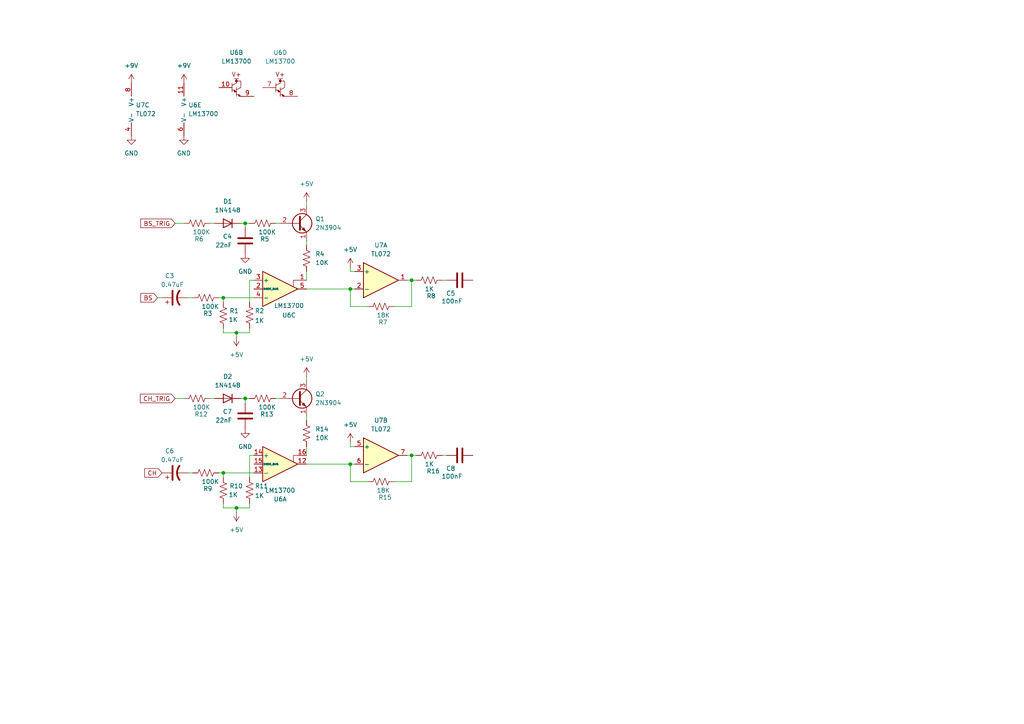
<source format=kicad_sch>
(kicad_sch (version 20250114) (generator "eeschema") (generator_version "9.0")
  (paper "A4")
  (lib_symbols
    (symbol "Amplifier_Operational:LM13700" (pin_names (offset 0.127))
      (property "Reference" "U" (at 3.81 5.08 0))
      (property "Value" "LM13700" (at 5.08 -5.08 0))
      (symbol "LM13700_1_1"
        (polyline (pts (xy 3.81 -0.635) (xy 3.81 -2.54) (xy 5.08 -2.54)))
        (polyline (pts (xy 5.08 0) (xy -5.08 -5.08) (xy -5.08 5.08) (xy 5.08 0)) (stroke (width 0.254)) (fill (type background)))
        (pin input line (at -7.62 2.54 0) (length 2.54) (name "-") (number "13"))
        (pin input line (at -7.62 0 0) (length 2.54) (name "DIODE_BIAS") (number "15"))
        (pin input line (at -7.62 -2.54 0) (length 2.54) (name "+") (number "14"))
        (pin output line (at 7.62 0 180) (length 2.54) (name "~") (number "12"))
        (pin input line (at 7.62 -2.54 180) (length 2.54) (name "~") (number "16"))
      )
      (symbol "LM13700_2_0"
        (polyline (pts (xy -1.905 2.54) (xy -3.175 2.54)))
      )
      (symbol "LM13700_2_1"
        (polyline (pts (xy -3.81 1.27) (xy -3.81 -1.27)))
        (polyline (pts (xy -3.81 0.635) (xy -2.54 1.27) (xy -2.54 1.905) (xy -2.54 2.54)))
        (polyline (pts (xy -3.81 -0.635) (xy -2.54 -1.27)))
        (circle (center -2.54 1.905) (radius 0.254) (stroke (width 0.254)) (fill (type outline)))
        (polyline (pts (xy -2.54 0) (xy -2.54 -2.54)))
        (polyline (pts (xy -2.54 -0.635) (xy -1.27 0) (xy -1.27 1.905) (xy -2.54 1.905)))
        (polyline (pts (xy -2.54 -1.27) (xy -3.175 -0.635) (xy -3.175 -1.27) (xy -2.54 -1.27)) (fill (type outline)))
        (polyline (pts (xy -2.54 -1.905) (xy -1.27 -2.54)))
        (polyline (pts (xy -1.27 -2.54) (xy -1.905 -1.905) (xy -1.905 -2.54) (xy -1.27 -2.54)) (fill (type outline)))
        (text "V+" (at -2.54 3.81 0) (effects (font (size 1.27 1.27))))
        (pin input line (at -7.62 0 0) (length 3.81) (name "~") (number "10"))
        (pin output line (at 2.54 -2.54 180) (length 3.81) (name "~") (number "9"))
      )
      (symbol "LM13700_3_1"
        (polyline (pts (xy 3.81 -0.635) (xy 3.81 -2.54) (xy 5.08 -2.54)))
        (polyline (pts (xy 5.08 0) (xy -5.08 -5.08) (xy -5.08 5.08) (xy 5.08 0)) (stroke (width 0.254)) (fill (type background)))
        (pin input line (at -7.62 2.54 0) (length 2.54) (name "-") (number "4"))
        (pin input line (at -7.62 0 0) (length 2.54) (name "DIODE_BIAS") (number "2"))
        (pin input line (at -7.62 -2.54 0) (length 2.54) (name "+") (number "3"))
        (pin output line (at 7.62 0 180) (length 2.54) (name "~") (number "5"))
        (pin input line (at 7.62 -2.54 180) (length 2.54) (name "~") (number "1"))
      )
      (symbol "LM13700_4_0"
        (polyline (pts (xy -3.175 2.54) (xy -1.905 2.54)))
        (text "V+" (at -2.54 3.81 0) (effects (font (size 1.27 1.27))))
      )
      (symbol "LM13700_4_1"
        (polyline (pts (xy -3.81 1.27) (xy -3.81 -1.27)))
        (polyline (pts (xy -3.81 0.635) (xy -2.54 1.27) (xy -2.54 2.54)))
        (polyline (pts (xy -3.81 -0.635) (xy -2.54 -1.27)))
        (circle (center -2.54 1.905) (radius 0.254) (stroke (width 0.254)) (fill (type outline)))
        (polyline (pts (xy -2.54 0) (xy -2.54 -2.54)))
        (polyline (pts (xy -2.54 -0.635) (xy -1.27 0) (xy -1.27 1.905) (xy -2.54 1.905)))
        (polyline (pts (xy -2.54 -1.27) (xy -3.175 -0.635) (xy -3.175 -1.27) (xy -2.54 -1.27)) (fill (type outline)))
        (polyline (pts (xy -2.54 -1.905) (xy -1.27 -2.54)))
        (polyline (pts (xy -1.27 -2.54) (xy -1.905 -1.905) (xy -1.905 -2.54) (xy -1.27 -2.54)) (fill (type outline)))
        (pin input line (at -7.62 0 0) (length 3.81) (name "~") (number "7"))
        (pin output line (at 2.54 -2.54 180) (length 3.81) (name "~") (number "8"))
      )
      (symbol "LM13700_5_1"
        (pin power_in line (at -2.54 7.62 270) (length 3.81) (name "V+") (number "11"))
        (pin power_in line (at -2.54 -7.62 90) (length 3.81) (name "V-") (number "6"))
      )
    )
    (symbol "Amplifier_Operational:TL072" (pin_names (offset 0.127))
      (property "Reference" "U" (at 0 5.08 0))
      (property "Value" "TL072" (at 0 -5.08 0))
      (symbol "TL072_1_1"
        (polyline (pts (xy -5.08 5.08) (xy 5.08 0) (xy -5.08 -5.08) (xy -5.08 5.08)) (stroke (width 0.254)) (fill (type background)))
        (pin input line (at -7.62 2.54 0) (length 2.54) (name "+") (number "3"))
        (pin input line (at -7.62 -2.54 0) (length 2.54) (name "-") (number "2"))
        (pin output line (at 7.62 0 180) (length 2.54) (name "~") (number "1"))
      )
      (symbol "TL072_2_1"
        (polyline (pts (xy -5.08 5.08) (xy 5.08 0) (xy -5.08 -5.08) (xy -5.08 5.08)) (stroke (width 0.254)) (fill (type background)))
        (pin input line (at -7.62 2.54 0) (length 2.54) (name "+") (number "5"))
        (pin input line (at -7.62 -2.54 0) (length 2.54) (name "-") (number "6"))
        (pin output line (at 7.62 0 180) (length 2.54) (name "~") (number "7"))
      )
      (symbol "TL072_3_1"
        (pin power_in line (at -2.54 7.62 270) (length 3.81) (name "V+") (number "8"))
        (pin power_in line (at -2.54 -7.62 90) (length 3.81) (name "V-") (number "4"))
      )
    )
    (symbol "Device:C" (pin_numbers (hide yes)) (pin_names (offset 0.254))
      (property "Reference" "C" (at 0.635 2.54 0))
      (property "Value" "C" (at 0.635 -2.54 0))
      (symbol "C_0_1"
        (polyline (pts (xy -2.032 0.762) (xy 2.032 0.762)) (stroke (width 0.508)))
        (polyline (pts (xy -2.032 -0.762) (xy 2.032 -0.762)) (stroke (width 0.508)))
      )
      (symbol "C_1_1"
        (pin passive line (at 0 3.81 270) (length 2.794) (name "~") (number "1"))
        (pin passive line (at 0 -3.81 90) (length 2.794) (name "~") (number "2"))
      )
    )
    (symbol "Device:C_Polarized_US" (pin_numbers (hide yes)) (pin_names (offset 0.254) (hide yes))
      (property "Reference" "C" (at 0.635 2.54 0))
      (property "Value" "C_Polarized_US" (at 0.635 -2.54 0))
      (symbol "C_Polarized_US_0_1"
        (polyline (pts (xy -2.032 0.762) (xy 2.032 0.762)) (stroke (width 0.508)))
        (polyline (pts (xy -1.778 2.286) (xy -0.762 2.286)))
        (polyline (pts (xy -1.27 1.778) (xy -1.27 2.794)))
        (arc (start -2.032 -1.27) (mid 0 -0.5572) (end 2.032 -1.27) (stroke (width 0.508)))
      )
      (symbol "C_Polarized_US_1_1"
        (pin passive line (at 0 3.81 270) (length 2.794) (name "~") (number "1"))
        (pin passive line (at 0 -3.81 90) (length 3.302) (name "~") (number "2"))
      )
    )
    (symbol "Device:R_US" (pin_numbers (hide yes)) (pin_names (offset 0))
      (property "Reference" "R" (at 2.54 0 90))
      (property "Value" "R_US" (at -2.54 0 90))
      (symbol "R_US_0_1"
        (polyline (pts (xy 0 2.286) (xy 0 2.54)))
        (polyline (pts (xy 0 2.286) (xy 1.016 1.905) (xy 0 1.524) (xy -1.016 1.143) (xy 0 0.762)))
        (polyline (pts (xy 0 0.762) (xy 1.016 0.381) (xy 0 0) (xy -1.016 -0.381) (xy 0 -0.762)))
        (polyline (pts (xy 0 -0.762) (xy 1.016 -1.143) (xy 0 -1.524) (xy -1.016 -1.905) (xy 0 -2.286)))
        (polyline (pts (xy 0 -2.286) (xy 0 -2.54)))
      )
      (symbol "R_US_1_1"
        (pin passive line (at 0 3.81 270) (length 1.27) (name "~") (number "1"))
        (pin passive line (at 0 -3.81 90) (length 1.27) (name "~") (number "2"))
      )
    )
    (symbol "Diode:1N4148" (pin_numbers (hide yes)) (pin_names (hide yes))
      (property "Reference" "D" (at 0 2.54 0))
      (property "Value" "1N4148" (at 0 -2.54 0))
      (symbol "1N4148_0_1"
        (polyline (pts (xy -1.27 1.27) (xy -1.27 -1.27)) (stroke (width 0.254)))
        (polyline (pts (xy 1.27 1.27) (xy 1.27 -1.27) (xy -1.27 0) (xy 1.27 1.27)) (stroke (width 0.254)))
        (polyline (pts (xy 1.27 0) (xy -1.27 0)))
      )
      (symbol "1N4148_1_1"
        (pin passive line (at -3.81 0 0) (length 2.54) (name "K") (number "1"))
        (pin passive line (at 3.81 0 180) (length 2.54) (name "A") (number "2"))
      )
    )
    (symbol "Transistor_BJT:2N3904" (pin_names (offset 0) (hide yes))
      (property "Reference" "Q" (at 5.08 1.905 0))
      (property "Value" "2N3904" (at 5.08 0 0))
      (symbol "2N3904_0_1"
        (polyline (pts (xy -2.54 0) (xy 0.635 0)))
        (polyline (pts (xy 0.635 1.905) (xy 0.635 -1.905)) (stroke (width 0.508)))
        (circle (center 1.27 0) (radius 2.8194) (stroke (width 0.254)))
      )
      (symbol "2N3904_1_1"
        (polyline (pts (xy 0.635 0.635) (xy 2.54 2.54)))
        (polyline (pts (xy 0.635 -0.635) (xy 2.54 -2.54)))
        (polyline (pts (xy 1.27 -1.778) (xy 1.778 -1.27) (xy 2.286 -2.286) (xy 1.27 -1.778)) (fill (type outline)))
        (pin input line (at -5.08 0 0) (length 2.54) (name "B") (number "2"))
        (pin passive line (at 2.54 5.08 270) (length 2.54) (name "C") (number "3"))
        (pin passive line (at 2.54 -5.08 90) (length 2.54) (name "E") (number "1"))
      )
    )
    (symbol "power:+5V" (power) (pin_numbers (hide yes)) (pin_names (offset 0) (hide yes))
      (property "Value" "+5V" (at 0 3.556 0))
      (symbol "+5V_0_1"
        (polyline (pts (xy -0.762 1.27) (xy 0 2.54)))
        (polyline (pts (xy 0 2.54) (xy 0.762 1.27)))
        (polyline (pts (xy 0 0) (xy 0 2.54)))
      )
      (symbol "+5V_1_1"
        (pin power_in line (at 0 0 90) (length 0) (name "~") (number "1"))
      )
    )
    (symbol "power:+9V" (power) (pin_numbers (hide yes)) (pin_names (offset 0) (hide yes))
      (property "Value" "+9V" (at 0 3.556 0))
      (symbol "+9V_0_1"
        (polyline (pts (xy -0.762 1.27) (xy 0 2.54)))
        (polyline (pts (xy 0 2.54) (xy 0.762 1.27)))
        (polyline (pts (xy 0 0) (xy 0 2.54)))
      )
      (symbol "+9V_1_1"
        (pin power_in line (at 0 0 90) (length 0) (name "~") (number "1"))
      )
    )
    (symbol "power:GND" (power) (pin_numbers (hide yes)) (pin_names (offset 0) (hide yes))
      (property "Value" "GND" (at 0 -3.81 0))
      (symbol "GND_0_1"
        (polyline (pts (xy 0 0) (xy 0 -1.27) (xy 1.27 -1.27) (xy 0 -2.54) (xy -1.27 -1.27) (xy 0 -1.27)))
      )
      (symbol "GND_1_1"
        (pin power_in line (at 0 0 270) (length 0) (name "~") (number "1"))
      )
    )
  )
  (junction (at 64.77 86.36))
  (junction (at 119.38 132.08))
  (junction (at 71.12 64.77))
  (junction (at 71.12 115.57))
  (junction (at 101.6 83.82))
  (junction (at 68.58 96.52))
  (junction (at 64.77 137.16))
  (junction (at 68.58 147.32))
  (junction (at 119.38 81.28))
  (junction (at 101.6 134.62))
  (wire (pts (xy 88.9 121.92) (xy 88.9 120.65)))
  (wire (pts (xy 64.77 96.52) (xy 68.58 96.52)))
  (wire (pts (xy 64.77 137.16) (xy 64.77 138.43)))
  (wire (pts (xy 50.8 64.77) (xy 53.34 64.77)))
  (wire (pts (xy 64.77 86.36) (xy 73.66 86.36)))
  (wire (pts (xy 68.58 148.59) (xy 68.58 147.32)))
  (wire (pts (xy 101.6 77.47) (xy 101.6 78.74)))
  (wire (pts (xy 80.01 115.57) (xy 81.28 115.57)))
  (wire (pts (xy 71.12 64.77) (xy 72.39 64.77)))
  (wire (pts (xy 71.12 115.57) (xy 72.39 115.57)))
  (wire (pts (xy 72.39 147.32) (xy 72.39 146.05)))
  (wire (pts (xy 64.77 147.32) (xy 68.58 147.32)))
  (wire (pts (xy 55.88 86.36) (xy 54.61 86.36)))
  (wire (pts (xy 119.38 139.7) (xy 119.38 132.08)))
  (wire (pts (xy 118.11 132.08) (xy 119.38 132.08)))
  (wire (pts (xy 88.9 109.22) (xy 88.9 110.49)))
  (wire (pts (xy 72.39 132.08) (xy 73.66 132.08)))
  (wire (pts (xy 128.27 81.28) (xy 129.54 81.28)))
  (wire (pts (xy 88.9 58.42) (xy 88.9 59.69)))
  (wire (pts (xy 63.5 137.16) (xy 64.77 137.16)))
  (wire (pts (xy 119.38 81.28) (xy 118.11 81.28)))
  (wire (pts (xy 64.77 86.36) (xy 64.77 87.63)))
  (wire (pts (xy 64.77 146.05) (xy 64.77 147.32)))
  (wire (pts (xy 64.77 137.16) (xy 73.66 137.16)))
  (wire (pts (xy 50.8 115.57) (xy 53.34 115.57)))
  (wire (pts (xy 119.38 88.9) (xy 119.38 81.28)))
  (wire (pts (xy 101.6 134.62) (xy 101.6 139.7)))
  (wire (pts (xy 64.77 95.25) (xy 64.77 96.52)))
  (wire (pts (xy 102.87 134.62) (xy 101.6 134.62)))
  (wire (pts (xy 119.38 81.28) (xy 120.65 81.28)))
  (wire (pts (xy 69.85 115.57) (xy 71.12 115.57)))
  (wire (pts (xy 114.3 139.7) (xy 119.38 139.7)))
  (wire (pts (xy 114.3 88.9) (xy 119.38 88.9)))
  (wire (pts (xy 71.12 116.84) (xy 71.12 115.57)))
  (wire (pts (xy 80.01 64.77) (xy 81.28 64.77)))
  (wire (pts (xy 60.96 64.77) (xy 62.23 64.77)))
  (wire (pts (xy 72.39 81.28) (xy 72.39 87.63)))
  (wire (pts (xy 68.58 96.52) (xy 72.39 96.52)))
  (wire (pts (xy 88.9 78.74) (xy 88.9 81.28)))
  (wire (pts (xy 128.27 132.08) (xy 129.54 132.08)))
  (wire (pts (xy 106.68 139.7) (xy 101.6 139.7)))
  (wire (pts (xy 69.85 64.77) (xy 71.12 64.77)))
  (wire (pts (xy 101.6 83.82) (xy 102.87 83.82)))
  (wire (pts (xy 101.6 128.27) (xy 101.6 129.54)))
  (wire (pts (xy 72.39 96.52) (xy 72.39 95.25)))
  (wire (pts (xy 60.96 115.57) (xy 62.23 115.57)))
  (wire (pts (xy 71.12 66.04) (xy 71.12 64.77)))
  (wire (pts (xy 72.39 138.43) (xy 72.39 132.08)))
  (wire (pts (xy 63.5 86.36) (xy 64.77 86.36)))
  (wire (pts (xy 101.6 88.9) (xy 101.6 83.82)))
  (wire (pts (xy 88.9 71.12) (xy 88.9 69.85)))
  (wire (pts (xy 55.88 137.16) (xy 54.61 137.16)))
  (wire (pts (xy 45.72 86.36) (xy 46.99 86.36)))
  (wire (pts (xy 88.9 129.54) (xy 88.9 132.08)))
  (wire (pts (xy 101.6 129.54) (xy 102.87 129.54)))
  (wire (pts (xy 68.58 147.32) (xy 72.39 147.32)))
  (wire (pts (xy 106.68 88.9) (xy 101.6 88.9)))
  (wire (pts (xy 88.9 83.82) (xy 101.6 83.82)))
  (wire (pts (xy 88.9 134.62) (xy 101.6 134.62)))
  (wire (pts (xy 72.39 81.28) (xy 73.66 81.28)))
  (wire (pts (xy 68.58 97.79) (xy 68.58 96.52)))
  (wire (pts (xy 119.38 132.08) (xy 120.65 132.08)))
  (wire (pts (xy 101.6 78.74) (xy 102.87 78.74)))
  (global_label "CH_TRIG" (shape input) (at 50.8 115.57 180) (property "Intersheetrefs" "${INTERSHEET_REFS}" (effects (hide yes))))
  (global_label "BS_TRIG" (shape input) (at 50.8 64.77 180) (property "Intersheetrefs" "${INTERSHEET_REFS}" (effects (hide yes))))
  (global_label "BS" (shape input) (at 45.72 86.36 180) (property "Intersheetrefs" "${INTERSHEET_REFS}" (effects (hide yes))))
  (global_label "CH" (shape input) (at 46.99 137.16 180) (property "Intersheetrefs" "${INTERSHEET_REFS}" (effects (hide yes))))
  (symbol (lib_id "Transistor_BJT:2N3904") (at 86.36 115.57 0) (unit 1)
    (property "Reference" "Q2" (at 91.44 114.2999 0) (effects (justify left)))
    (property "Value" "2N3904" (at 91.44 116.8399 0) (effects (justify left)))
    (property "Footprint" "Package_TO_SOT_THT:TO-92_Inline" (effects (hide yes)))
    (property "Datasheet" "https://www.onsemi.com/pub/Collateral/2N3903-D.PDF" (effects (hide yes)))
    (property "Description" "0.2A Ic, 40V Vce, Small Signal NPN Transistor, TO-92" (effects (hide yes)))
    (property "Sim.Device" "NPN" (effects (hide yes)))
    (property "Sim.Pins" "1=E 2=B 3=C" (effects (hide yes)))
  )
  (symbol (lib_id "power:+5V") (at 101.6 128.27 0) (mirror y) (unit 1)
    (property "Reference" "#PWR030" (effects (hide yes)))
    (property "Value" "+5V" (at 101.6 123.19 0))
    (property "Description" "Power symbol creates a global label with name \"+5V\"" (effects (hide yes)))
  )
  (symbol (lib_id "Amplifier_Operational:LM13700") (at 71.12 25.4 0) (unit 2)
    (property "Reference" "U6" (at 68.58 15.24 0))
    (property "Value" "LM13700" (at 68.58 17.78 0))
    (property "Footprint" "Package_DIP:DIP-16_W7.62mm_LongPads" (effects (hide yes)))
    (property "Datasheet" "http://www.ti.com/lit/ds/symlink/lm13700.pdf" (effects (hide yes)))
    (property "Description" "Dual Operational Transconductance Amplifiers with Linearizing Diodes and Buffers, DIP-16/SOIC-16" (effects (hide yes)))
  )
  (symbol (lib_id "power:+5V") (at 88.9 109.22 0) (mirror y) (unit 1)
    (property "Reference" "#PWR029" (effects (hide yes)))
    (property "Value" "+5V" (at 88.9 104.14 0))
    (property "Description" "Power symbol creates a global label with name \"+5V\"" (effects (hide yes)))
  )
  (symbol (lib_id "Amplifier_Operational:LM13700") (at 55.88 31.75 0) (unit 5)
    (property "Reference" "U6" (at 54.61 30.4799 0) (effects (justify left)))
    (property "Value" "LM13700" (at 54.61 33.0199 0) (effects (justify left)))
    (property "Footprint" "Package_DIP:DIP-16_W7.62mm_LongPads" (effects (hide yes)))
    (property "Datasheet" "http://www.ti.com/lit/ds/symlink/lm13700.pdf" (effects (hide yes)))
    (property "Description" "Dual Operational Transconductance Amplifiers with Linearizing Diodes and Buffers, DIP-16/SOIC-16" (effects (hide yes)))
  )
  (symbol (lib_id "Amplifier_Operational:TL072") (at 40.64 31.75 0) (unit 3)
    (property "Reference" "U7" (at 39.37 30.4799 0) (effects (justify left)))
    (property "Value" "TL072" (at 39.37 33.0199 0) (effects (justify left)))
    (property "Footprint" "Package_DIP:DIP-8_W7.62mm_LongPads" (effects (hide yes)))
    (property "Datasheet" "http://www.ti.com/lit/ds/symlink/tl071.pdf" (effects (hide yes)))
    (property "Description" "Dual Low-Noise JFET-Input Operational Amplifiers, DIP-8/SOIC-8" (effects (hide yes)))
  )
  (symbol (lib_id "Device:C_Polarized_US") (at 50.8 86.36 90) (unit 1)
    (property "Reference" "C3" (at 50.546 80.01 90) (effects (justify left)))
    (property "Value" "0.47uF" (at 53.34 82.55 90) (effects (justify left)))
    (property "Description" "Polarized capacitor, US symbol" (effects (hide yes)))
  )
  (symbol (lib_id "power:+5V") (at 68.58 97.79 180) (unit 1)
    (property "Reference" "#PWR021" (effects (hide yes)))
    (property "Value" "+5V" (at 68.58 102.87 0))
    (property "Description" "Power symbol creates a global label with name \"+5V\"" (effects (hide yes)))
  )
  (symbol (lib_id "power:+9V") (at 53.34 24.13 0) (unit 1)
    (property "Reference" "#PWR019" (effects (hide yes)))
    (property "Value" "+9V" (at 53.34 19.05 0))
    (property "Description" "Power symbol creates a global label with name \"+9V\"" (effects (hide yes)))
  )
  (symbol (lib_id "Device:R_US") (at 64.77 142.24 0) (unit 1)
    (property "Reference" "R10" (at 66.548 140.97 0) (effects (justify left)))
    (property "Value" "1K" (at 66.294 143.51 0) (effects (justify left)))
    (property "Description" "Resistor, US symbol" (effects (hide yes)))
  )
  (symbol (lib_id "Device:C") (at 133.35 81.28 90) (mirror x) (unit 1)
    (property "Reference" "C5" (at 132.0799 85.09 90) (effects (justify left)))
    (property "Value" "100nF" (at 134.112 87.376 90) (effects (justify left)))
    (property "Description" "Unpolarized capacitor" (effects (hide yes)))
  )
  (symbol (lib_id "Amplifier_Operational:LM13700") (at 81.28 134.62 0) (mirror x) (unit 1)
    (property "Reference" "U6" (at 81.28 144.78 0))
    (property "Value" "LM13700" (at 81.28 142.24 0))
    (property "Footprint" "Package_DIP:DIP-16_W7.62mm_LongPads" (effects (hide yes)))
    (property "Datasheet" "http://www.ti.com/lit/ds/symlink/lm13700.pdf" (effects (hide yes)))
    (property "Description" "Dual Operational Transconductance Amplifiers with Linearizing Diodes and Buffers, DIP-16/SOIC-16" (effects (hide yes)))
  )
  (symbol (lib_id "Device:R_US") (at 76.2 115.57 270) (unit 1)
    (property "Reference" "R13" (at 75.438 120.142 90) (effects (justify left)))
    (property "Value" "100K" (at 74.9301 118.11 90) (effects (justify left)))
    (property "Description" "Resistor, US symbol" (effects (hide yes)))
  )
  (symbol (lib_id "power:+5V") (at 101.6 77.47 0) (mirror y) (unit 1)
    (property "Reference" "#PWR026" (effects (hide yes)))
    (property "Value" "+5V" (at 101.6 72.39 0))
    (property "Description" "Power symbol creates a global label with name \"+5V\"" (effects (hide yes)))
  )
  (symbol (lib_id "Device:R_US") (at 64.77 91.44 0) (unit 1)
    (property "Reference" "R1" (at 66.548 90.17 0) (effects (justify left)))
    (property "Value" "1K" (at 66.294 92.71 0) (effects (justify left)))
    (property "Description" "Resistor, US symbol" (effects (hide yes)))
  )
  (symbol (lib_id "Device:R_US") (at 88.9 74.93 0) (unit 1)
    (property "Reference" "R4" (at 91.44 73.6599 0) (effects (justify left)))
    (property "Value" "10K" (at 91.44 76.1999 0) (effects (justify left)))
    (property "Description" "Resistor, US symbol" (effects (hide yes)))
  )
  (symbol (lib_id "Device:R_US") (at 88.9 125.73 0) (unit 1)
    (property "Reference" "R14" (at 91.44 124.4599 0) (effects (justify left)))
    (property "Value" "10K" (at 91.44 126.9999 0) (effects (justify left)))
    (property "Description" "Resistor, US symbol" (effects (hide yes)))
  )
  (symbol (lib_id "power:GND") (at 71.12 124.46 0) (unit 1)
    (property "Reference" "#PWR028" (effects (hide yes)))
    (property "Value" "GND" (at 71.12 129.54 0))
    (property "Description" "Power symbol creates a global label with name \"GND\" , ground" (effects (hide yes)))
  )
  (symbol (lib_id "Device:R_US") (at 110.49 88.9 270) (unit 1)
    (property "Reference" "R7" (at 109.728 93.472 90) (effects (justify left)))
    (property "Value" "18K" (at 109.2201 91.44 90) (effects (justify left)))
    (property "Description" "Resistor, US symbol" (effects (hide yes)))
  )
  (symbol (lib_id "Device:R_US") (at 72.39 142.24 180) (unit 1)
    (property "Reference" "R11" (at 73.914 140.97 0) (effects (justify right)))
    (property "Value" "1K" (at 73.914 143.764 0) (effects (justify right)))
    (property "Description" "Resistor, US symbol" (effects (hide yes)))
  )
  (symbol (lib_id "Device:R_US") (at 59.69 86.36 270) (unit 1)
    (property "Reference" "R3" (at 58.928 90.932 90) (effects (justify left)))
    (property "Value" "100K" (at 58.4201 88.9 90) (effects (justify left)))
    (property "Description" "Resistor, US symbol" (effects (hide yes)))
  )
  (symbol (lib_id "Diode:1N4148") (at 66.04 115.57 0) (mirror y) (unit 1)
    (property "Reference" "D2" (at 66.04 109.22 0))
    (property "Value" "1N4148" (at 66.04 111.76 0))
    (property "Footprint" "Diode_THT:D_DO-35_SOD27_P7.62mm_Horizontal" (effects (hide yes)))
    (property "Datasheet" "https://assets.nexperia.com/documents/data-sheet/1N4148_1N4448.pdf" (effects (hide yes)))
    (property "Description" "100V 0.15A standard switching diode, DO-35" (effects (hide yes)))
    (property "Sim.Device" "D" (effects (hide yes)))
    (property "Sim.Pins" "1=K 2=A" (effects (hide yes)))
  )
  (symbol (lib_id "Device:R_US") (at 59.69 137.16 270) (unit 1)
    (property "Reference" "R9" (at 58.928 141.732 90) (effects (justify left)))
    (property "Value" "100K" (at 58.4201 139.7 90) (effects (justify left)))
    (property "Description" "Resistor, US symbol" (effects (hide yes)))
  )
  (symbol (lib_id "Device:C") (at 133.35 132.08 90) (mirror x) (unit 1)
    (property "Reference" "C8" (at 132.0799 135.89 90) (effects (justify left)))
    (property "Value" "100nF" (at 134.112 138.176 90) (effects (justify left)))
    (property "Description" "Unpolarized capacitor" (effects (hide yes)))
  )
  (symbol (lib_id "Device:C_Polarized_US") (at 50.8 137.16 90) (unit 1)
    (property "Reference" "C6" (at 50.546 130.81 90) (effects (justify left)))
    (property "Value" "0.47uF" (at 53.34 133.35 90) (effects (justify left)))
    (property "Description" "Polarized capacitor, US symbol" (effects (hide yes)))
  )
  (symbol (lib_id "Device:R_US") (at 57.15 115.57 270) (unit 1)
    (property "Reference" "R12" (at 56.388 120.142 90) (effects (justify left)))
    (property "Value" "100K" (at 55.8801 118.11 90) (effects (justify left)))
    (property "Description" "Resistor, US symbol" (effects (hide yes)))
  )
  (symbol (lib_id "Transistor_BJT:2N3904") (at 86.36 64.77 0) (unit 1)
    (property "Reference" "Q1" (at 91.44 63.4999 0) (effects (justify left)))
    (property "Value" "2N3904" (at 91.44 66.0399 0) (effects (justify left)))
    (property "Footprint" "Package_TO_SOT_THT:TO-92_Inline" (effects (hide yes)))
    (property "Datasheet" "https://www.onsemi.com/pub/Collateral/2N3903-D.PDF" (effects (hide yes)))
    (property "Description" "0.2A Ic, 40V Vce, Small Signal NPN Transistor, TO-92" (effects (hide yes)))
    (property "Sim.Device" "NPN" (effects (hide yes)))
    (property "Sim.Pins" "1=E 2=B 3=C" (effects (hide yes)))
  )
  (symbol (lib_id "Device:C") (at 71.12 69.85 0) (mirror y) (unit 1)
    (property "Reference" "C4" (at 67.31 68.5799 0) (effects (justify left)))
    (property "Value" "22nF" (at 67.31 71.1199 0) (effects (justify left)))
    (property "Description" "Unpolarized capacitor" (effects (hide yes)))
  )
  (symbol (lib_id "Device:R_US") (at 76.2 64.77 270) (unit 1)
    (property "Reference" "R5" (at 75.438 69.342 90) (effects (justify left)))
    (property "Value" "100K" (at 74.9301 67.31 90) (effects (justify left)))
    (property "Description" "Resistor, US symbol" (effects (hide yes)))
  )
  (symbol (lib_id "Diode:1N4148") (at 66.04 64.77 0) (mirror y) (unit 1)
    (property "Reference" "D1" (at 66.04 58.42 0))
    (property "Value" "1N4148" (at 66.04 60.96 0))
    (property "Footprint" "Diode_THT:D_DO-35_SOD27_P7.62mm_Horizontal" (effects (hide yes)))
    (property "Datasheet" "https://assets.nexperia.com/documents/data-sheet/1N4148_1N4448.pdf" (effects (hide yes)))
    (property "Description" "100V 0.15A standard switching diode, DO-35" (effects (hide yes)))
    (property "Sim.Device" "D" (effects (hide yes)))
    (property "Sim.Pins" "1=K 2=A" (effects (hide yes)))
  )
  (symbol (lib_id "power:+5V") (at 88.9 58.42 0) (mirror y) (unit 1)
    (property "Reference" "#PWR023" (effects (hide yes)))
    (property "Value" "+5V" (at 88.9 53.34 0))
    (property "Description" "Power symbol creates a global label with name \"+5V\"" (effects (hide yes)))
  )
  (symbol (lib_id "power:GND") (at 71.12 73.66 0) (unit 1)
    (property "Reference" "#PWR022" (effects (hide yes)))
    (property "Value" "GND" (at 71.12 78.74 0))
    (property "Description" "Power symbol creates a global label with name \"GND\" , ground" (effects (hide yes)))
  )
  (symbol (lib_id "power:GND") (at 53.34 39.37 0) (unit 1)
    (property "Reference" "#PWR020" (effects (hide yes)))
    (property "Value" "GND" (at 53.34 44.45 0))
    (property "Description" "Power symbol creates a global label with name \"GND\" , ground" (effects (hide yes)))
  )
  (symbol (lib_id "power:+9V") (at 38.1 24.13 0) (unit 1)
    (property "Reference" "#PWR024" (effects (hide yes)))
    (property "Value" "+9V" (at 38.1 19.05 0))
    (property "Description" "Power symbol creates a global label with name \"+9V\"" (effects (hide yes)))
  )
  (symbol (lib_id "Device:R_US") (at 124.46 81.28 270) (unit 1)
    (property "Reference" "R8" (at 123.698 85.852 90) (effects (justify left)))
    (property "Value" "1K" (at 123.1901 83.82 90) (effects (justify left)))
    (property "Description" "Resistor, US symbol" (effects (hide yes)))
  )
  (symbol (lib_id "Device:R_US") (at 72.39 91.44 180) (unit 1)
    (property "Reference" "R2" (at 73.914 90.17 0) (effects (justify right)))
    (property "Value" "1K" (at 73.914 92.964 0) (effects (justify right)))
    (property "Description" "Resistor, US symbol" (effects (hide yes)))
  )
  (symbol (lib_id "Device:R_US") (at 57.15 64.77 270) (unit 1)
    (property "Reference" "R6" (at 56.388 69.342 90) (effects (justify left)))
    (property "Value" "100K" (at 55.8801 67.31 90) (effects (justify left)))
    (property "Description" "Resistor, US symbol" (effects (hide yes)))
  )
  (symbol (lib_id "Amplifier_Operational:TL072") (at 110.49 132.08 0) (unit 2)
    (property "Reference" "U7" (at 110.49 121.92 0))
    (property "Value" "TL072" (at 110.49 124.46 0))
    (property "Footprint" "Package_DIP:DIP-8_W7.62mm_LongPads" (effects (hide yes)))
    (property "Datasheet" "http://www.ti.com/lit/ds/symlink/tl071.pdf" (effects (hide yes)))
    (property "Description" "Dual Low-Noise JFET-Input Operational Amplifiers, DIP-8/SOIC-8" (effects (hide yes)))
  )
  (symbol (lib_id "power:+5V") (at 68.58 148.59 180) (unit 1)
    (property "Reference" "#PWR027" (effects (hide yes)))
    (property "Value" "+5V" (at 68.58 153.67 0))
    (property "Description" "Power symbol creates a global label with name \"+5V\"" (effects (hide yes)))
  )
  (symbol (lib_id "Amplifier_Operational:TL072") (at 110.49 81.28 0) (unit 1)
    (property "Reference" "U7" (at 110.49 71.12 0))
    (property "Value" "TL072" (at 110.49 73.66 0))
    (property "Footprint" "Package_DIP:DIP-8_W7.62mm_LongPads" (effects (hide yes)))
    (property "Datasheet" "http://www.ti.com/lit/ds/symlink/tl071.pdf" (effects (hide yes)))
    (property "Description" "Dual Low-Noise JFET-Input Operational Amplifiers, DIP-8/SOIC-8" (effects (hide yes)))
  )
  (symbol (lib_id "Amplifier_Operational:LM13700") (at 83.82 25.4 0) (unit 4)
    (property "Reference" "U6" (at 81.28 15.24 0))
    (property "Value" "LM13700" (at 81.28 17.78 0))
    (property "Footprint" "Package_DIP:DIP-16_W7.62mm_LongPads" (effects (hide yes)))
    (property "Datasheet" "http://www.ti.com/lit/ds/symlink/lm13700.pdf" (effects (hide yes)))
    (property "Description" "Dual Operational Transconductance Amplifiers with Linearizing Diodes and Buffers, DIP-16/SOIC-16" (effects (hide yes)))
  )
  (symbol (lib_id "Device:R_US") (at 124.46 132.08 270) (unit 1)
    (property "Reference" "R16" (at 123.698 136.652 90) (effects (justify left)))
    (property "Value" "1K" (at 123.1901 134.62 90) (effects (justify left)))
    (property "Description" "Resistor, US symbol" (effects (hide yes)))
  )
  (symbol (lib_id "Device:C") (at 71.12 120.65 0) (mirror y) (unit 1)
    (property "Reference" "C7" (at 67.31 119.3799 0) (effects (justify left)))
    (property "Value" "22nF" (at 67.31 121.9199 0) (effects (justify left)))
    (property "Description" "Unpolarized capacitor" (effects (hide yes)))
  )
  (symbol (lib_id "Device:R_US") (at 110.49 139.7 270) (unit 1)
    (property "Reference" "R15" (at 109.728 144.272 90) (effects (justify left)))
    (property "Value" "18K" (at 109.2201 142.24 90) (effects (justify left)))
    (property "Description" "Resistor, US symbol" (effects (hide yes)))
  )
  (symbol (lib_id "power:GND") (at 38.1 39.37 0) (unit 1)
    (property "Reference" "#PWR025" (effects (hide yes)))
    (property "Value" "GND" (at 38.1 44.45 0))
    (property "Description" "Power symbol creates a global label with name \"GND\" , ground" (effects (hide yes)))
  )
  (symbol (lib_id "Amplifier_Operational:LM13700") (at 81.28 83.82 0) (mirror x) (unit 3)
    (property "Reference" "U6" (at 83.82 91.44 0))
    (property "Value" "LM13700" (at 83.82 88.646 0))
    (property "Footprint" "Package_DIP:DIP-16_W7.62mm_LongPads" (effects (hide yes)))
    (property "Datasheet" "http://www.ti.com/lit/ds/symlink/lm13700.pdf" (effects (hide yes)))
    (property "Description" "Dual Operational Transconductance Amplifiers with Linearizing Diodes and Buffers, DIP-16/SOIC-16" (effects (hide yes)))
  )
)
</source>
